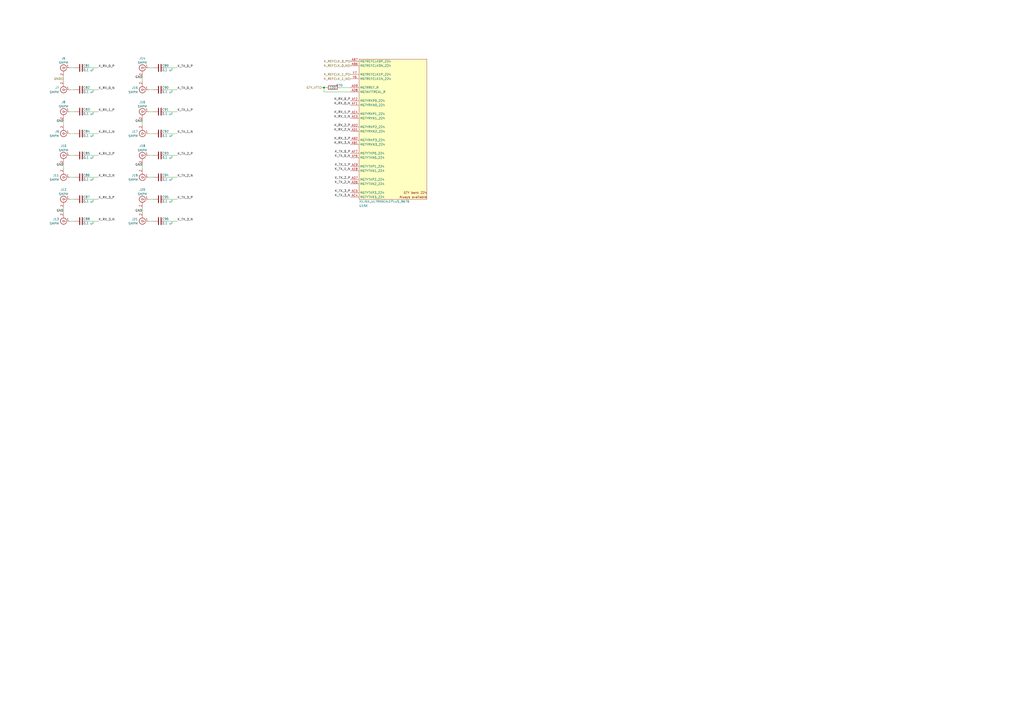
<source format=kicad_sch>
(kicad_sch (version 20211123) (generator eeschema)
  (paper "A2")
  (junction (at 187.96 50.8))
  (wire (pts (xy 186.69 50.8) (xy 187.96 50.8)))
  (wire (pts (xy 50.8 128.27) (xy 57.15 128.27)))
  (wire (pts (xy 82.55 120.65) (xy 82.55 123.19)))
  (wire (pts (xy 36.83 120.65) (xy 36.83 123.19)))
  (wire (pts (xy 40.64 90.17) (xy 43.18 90.17)))
  (wire (pts (xy 96.52 64.77) (xy 102.87 64.77)))
  (wire (pts (xy 82.55 95.25) (xy 82.55 97.79)))
  (wire (pts (xy 96.52 90.17) (xy 102.87 90.17)))
  (wire (pts (xy 96.52 77.47) (xy 102.87 77.47)))
  (wire (pts (xy 86.36 39.37) (xy 88.9 39.37)))
  (wire (pts (xy 40.64 64.77) (xy 43.18 64.77)))
  (wire (pts (xy 50.8 115.57) (xy 57.15 115.57)))
  (wire (pts (xy 96.52 52.07) (xy 102.87 52.07)))
  (wire (pts (xy 86.36 90.17) (xy 88.9 90.17)))
  (wire (pts (xy 203.2 53.34) (xy 187.96 53.34)))
  (wire (pts (xy 86.36 102.87) (xy 88.9 102.87)))
  (wire (pts (xy 82.55 44.45) (xy 82.55 46.99)))
  (wire (pts (xy 50.8 90.17) (xy 57.15 90.17)))
  (wire (pts (xy 96.52 102.87) (xy 102.87 102.87)))
  (wire (pts (xy 96.52 115.57) (xy 102.87 115.57)))
  (wire (pts (xy 36.83 44.45) (xy 36.83 46.99)))
  (wire (pts (xy 86.36 52.07) (xy 88.9 52.07)))
  (wire (pts (xy 196.85 50.8) (xy 203.2 50.8)))
  (wire (pts (xy 86.36 64.77) (xy 88.9 64.77)))
  (wire (pts (xy 40.64 52.07) (xy 43.18 52.07)))
  (wire (pts (xy 82.55 69.85) (xy 82.55 72.39)))
  (wire (pts (xy 86.36 128.27) (xy 88.9 128.27)))
  (wire (pts (xy 50.8 39.37) (xy 57.15 39.37)))
  (wire (pts (xy 40.64 39.37) (xy 43.18 39.37)))
  (wire (pts (xy 50.8 64.77) (xy 57.15 64.77)))
  (wire (pts (xy 187.96 50.8) (xy 189.23 50.8)))
  (wire (pts (xy 187.96 53.34) (xy 187.96 50.8)))
  (wire (pts (xy 40.64 102.87) (xy 43.18 102.87)))
  (wire (pts (xy 50.8 77.47) (xy 57.15 77.47)))
  (wire (pts (xy 50.8 102.87) (xy 57.15 102.87)))
  (wire (pts (xy 40.64 77.47) (xy 43.18 77.47)))
  (wire (pts (xy 96.52 128.27) (xy 102.87 128.27)))
  (wire (pts (xy 86.36 115.57) (xy 88.9 115.57)))
  (wire (pts (xy 36.83 69.85) (xy 36.83 72.39)))
  (wire (pts (xy 50.8 52.07) (xy 57.15 52.07)))
  (wire (pts (xy 36.83 95.25) (xy 36.83 97.79)))
  (wire (pts (xy 86.36 77.47) (xy 88.9 77.47)))
  (wire (pts (xy 40.64 128.27) (xy 43.18 128.27)))
  (wire (pts (xy 40.64 115.57) (xy 43.18 115.57)))
  (wire (pts (xy 96.52 39.37) (xy 102.87 39.37)))
  (label "K_TX_3_P" (at 203.2 111.76 180))
  (label "GND" (at 82.55 71.12 180))
  (label "GND" (at 36.83 123.19 180))
  (label "K_RX_1_P" (at 203.2 66.04 180))
  (label "GND" (at 82.55 123.19 180))
  (label "K_TX_0_P" (at 102.87 39.37 0))
  (label "K_TX_2_P" (at 102.87 90.17 0))
  (label "K_RX_2_P" (at 57.15 90.17 0))
  (label "K_TX_0_P" (at 203.2 88.9 180))
  (label "K_RX_0_N" (at 203.2 60.96 180))
  (label "K_TX_0_N" (at 102.87 52.07 0))
  (label "K_TX_3_N" (at 203.2 114.3 180))
  (label "K_RX_3_N" (at 203.2 83.82 180))
  (label "K_TX_3_N" (at 102.87 128.27 0))
  (label "K_RX_1_P" (at 57.15 64.77 0))
  (label "GND" (at 36.83 71.12 180))
  (label "K_TX_1_N" (at 203.2 99.06 180))
  (label "K_RX_1_N" (at 203.2 68.58 180))
  (label "K_TX_2_N" (at 203.2 106.68 180))
  (label "K_RX_2_P" (at 203.2 73.66 180))
  (label "K_RX_3_N" (at 57.15 128.27 0))
  (label "K_RX_0_P" (at 57.15 39.37 0))
  (label "K_RX_2_N" (at 57.15 102.87 0))
  (label "K_RX_0_N" (at 57.15 52.07 0))
  (label "K_TX_1_N" (at 102.87 77.47 0))
  (label "K_RX_0_P" (at 203.2 58.42 180))
  (label "GND" (at 36.83 96.52 180))
  (label "K_RX_3_P" (at 57.15 115.57 0))
  (label "GND" (at 82.55 96.52 180))
  (label "K_TX_2_P" (at 203.2 104.14 180))
  (label "GND" (at 82.55 45.72 180))
  (label "K_RX_2_N" (at 203.2 76.2 180))
  (label "K_TX_0_N" (at 203.2 91.44 180))
  (label "K_TX_1_P" (at 102.87 64.77 0))
  (label "K_TX_1_P" (at 203.2 96.52 180))
  (label "K_RX_3_P" (at 203.2 81.28 180))
  (label "K_TX_2_N" (at 102.87 102.87 0))
  (label "K_RX_1_N" (at 57.15 77.47 0))
  (label "K_TX_3_P" (at 102.87 115.57 0))
  (hierarchical_label "K_REFCLK_0_P" (shape input) (at 203.2 35.56 180))
  (hierarchical_label "GND" (shape input) (at 36.83 45.72 180))
  (hierarchical_label "K_REFCLK_0_N" (shape input) (at 203.2 38.1 180))
  (hierarchical_label "K_REFCLK_1_P" (shape input) (at 203.2 43.18 180))
  (hierarchical_label "K_REFCLK_1_N" (shape input) (at 203.2 45.72 180))
  (hierarchical_label "GTY_VTT" (shape input) (at 186.69 50.8 180))
  (symbol (lib_id "conn:CONN_COAXIAL") (at 36.83 64.77 0) (mirror y) (unit 1)
    (property "Reference" "J8" (at 36.8299 59.2436 0))
    (property "Value" "SMPM" (at 36.8299 61.7805 0))
  )
  (symbol (lib_id "device:C") (at 46.99 52.07 90) (unit 1)
    (property "Reference" "C82" (at 48.26 50.8 90) (effects (justify right)))
    (property "Value" "0.1 uF" (at 48.26 53.34 90) (effects (justify right)))
  )
  (symbol (lib_id "device:C") (at 46.99 102.87 90) (unit 1)
    (property "Reference" "C86" (at 48.26 101.6 90) (effects (justify right)))
    (property "Value" "0.1 uF" (at 48.26 104.14 90) (effects (justify right)))
  )
  (symbol (lib_id "conn:CONN_COAXIAL") (at 82.55 115.57 0) (mirror y) (unit 1)
    (property "Reference" "J20" (at 82.5499 110.0436 0))
    (property "Value" "SMPM" (at 82.5499 112.5805 0))
  )
  (symbol (lib_id "conn:CONN_COAXIAL") (at 82.55 90.17 0) (mirror y) (unit 1)
    (property "Reference" "J18" (at 82.5499 84.6436 0))
    (property "Value" "SMPM" (at 82.5499 87.1805 0))
  )
  (symbol (lib_id "conn:CONN_COAXIAL") (at 82.55 128.27 180) (unit 1)
    (property "Reference" "J21" (at 80.0099 127.1421 0) (effects (justify left)))
    (property "Value" "SMPM" (at 80.0099 129.679 0) (effects (justify left)))
  )
  (symbol (lib_id "conn:CONN_COAXIAL") (at 82.55 102.87 180) (unit 1)
    (property "Reference" "J19" (at 80.0099 101.7421 0) (effects (justify left)))
    (property "Value" "SMPM" (at 80.0099 104.279 0) (effects (justify left)))
  )
  (symbol (lib_id "conn:CONN_COAXIAL") (at 36.83 90.17 0) (mirror y) (unit 1)
    (property "Reference" "J10" (at 36.8299 84.6436 0))
    (property "Value" "SMPM" (at 36.8299 87.1805 0))
  )
  (symbol (lib_id "conn:CONN_COAXIAL") (at 36.83 39.37 0) (mirror y) (unit 1)
    (property "Reference" "J6" (at 36.8299 33.8436 0))
    (property "Value" "SMPM" (at 36.8299 36.3805 0))
  )
  (symbol (lib_id "conn:CONN_COAXIAL") (at 82.55 64.77 0) (mirror y) (unit 1)
    (property "Reference" "J16" (at 82.5499 59.2436 0))
    (property "Value" "SMPM" (at 82.5499 61.7805 0))
  )
  (symbol (lib_id "device:C") (at 92.71 102.87 90) (unit 1)
    (property "Reference" "C94" (at 93.98 101.6 90) (effects (justify right)))
    (property "Value" "0.1 uF" (at 93.98 104.14 90) (effects (justify right)))
  )
  (symbol (lib_id "conn:CONN_COAXIAL") (at 36.83 102.87 180) (unit 1)
    (property "Reference" "J11" (at 34.2899 101.7421 0) (effects (justify left)))
    (property "Value" "SMPM" (at 34.2899 104.279 0) (effects (justify left)))
  )
  (symbol (lib_id "conn:CONN_COAXIAL") (at 36.83 52.07 180) (unit 1)
    (property "Reference" "J7" (at 34.2899 50.9421 0) (effects (justify left)))
    (property "Value" "SMPM" (at 34.2899 53.479 0) (effects (justify left)))
  )
  (symbol (lib_id "device:C") (at 92.71 90.17 90) (unit 1)
    (property "Reference" "C93" (at 93.98 88.9 90) (effects (justify right)))
    (property "Value" "0.1 uF" (at 93.98 91.44 90) (effects (justify right)))
  )
  (symbol (lib_id "conn:CONN_COAXIAL") (at 82.55 52.07 180) (unit 1)
    (property "Reference" "J15" (at 80.0099 50.9421 0) (effects (justify left)))
    (property "Value" "SMPM" (at 80.0099 53.479 0) (effects (justify left)))
  )
  (symbol (lib_id "conn:CONN_COAXIAL") (at 36.83 115.57 0) (mirror y) (unit 1)
    (property "Reference" "J12" (at 36.8299 110.0436 0))
    (property "Value" "SMPM" (at 36.8299 112.5805 0))
  )
  (symbol (lib_id "device:C") (at 92.71 39.37 90) (unit 1)
    (property "Reference" "C89" (at 93.98 38.1 90) (effects (justify right)))
    (property "Value" "0.1 uF" (at 93.98 40.64 90) (effects (justify right)))
  )
  (symbol (lib_id "device:C") (at 46.99 77.47 90) (unit 1)
    (property "Reference" "C84" (at 48.26 76.2 90) (effects (justify right)))
    (property "Value" "0.1 uF" (at 48.26 78.74 90) (effects (justify right)))
  )
  (symbol (lib_id "conn:CONN_COAXIAL") (at 36.83 77.47 180) (unit 1)
    (property "Reference" "J9" (at 34.2899 76.3421 0) (effects (justify left)))
    (property "Value" "SMPM" (at 34.2899 78.879 0) (effects (justify left)))
  )
  (symbol (lib_id "device:R") (at 193.04 50.8 90) (unit 1)
    (property "Reference" "R70" (at 196.85 49.53 90))
    (property "Value" "100" (at 193.04 50.8 90))
  )
  (symbol (lib_id "device:C") (at 92.71 128.27 90) (unit 1)
    (property "Reference" "C96" (at 93.98 127 90) (effects (justify right)))
    (property "Value" "0.1 uF" (at 93.98 129.54 90) (effects (justify right)))
  )
  (symbol (lib_id "device:C") (at 92.71 77.47 90) (unit 1)
    (property "Reference" "C92" (at 93.98 76.2 90) (effects (justify right)))
    (property "Value" "0.1 uF" (at 93.98 78.74 90) (effects (justify right)))
  )
  (symbol (lib_id "conn:CONN_COAXIAL") (at 82.55 77.47 180) (unit 1)
    (property "Reference" "J17" (at 80.0099 76.3421 0) (effects (justify left)))
    (property "Value" "SMPM" (at 80.0099 78.879 0) (effects (justify left)))
  )
  (symbol (lib_id "conn:CONN_COAXIAL") (at 36.83 128.27 180) (unit 1)
    (property "Reference" "J13" (at 34.2899 127.1421 0) (effects (justify left)))
    (property "Value" "SMPM" (at 34.2899 129.679 0) (effects (justify left)))
  )
  (symbol (lib_id "device:C") (at 92.71 64.77 90) (unit 1)
    (property "Reference" "C91" (at 93.98 63.5 90) (effects (justify right)))
    (property "Value" "0.1 uF" (at 93.98 66.04 90) (effects (justify right)))
  )
  (symbol (lib_id "xilinx-azonenberg:XILINX_ULTRASCALEPLUS_B676") (at 208.28 115.57 0) (unit 11)
    (property "Reference" "U15" (at 208.28 119.38 0) (effects (justify left)))
    (property "Value" "XILINX_ULTRASCALEPLUS_B676" (at 208.28 116.84 0) (effects (justify left)))
  )
  (symbol (lib_id "device:C") (at 46.99 128.27 90) (unit 1)
    (property "Reference" "C88" (at 48.26 127 90) (effects (justify right)))
    (property "Value" "0.1 uF" (at 48.26 129.54 90) (effects (justify right)))
  )
  (symbol (lib_id "conn:CONN_COAXIAL") (at 82.55 39.37 0) (mirror y) (unit 1)
    (property "Reference" "J14" (at 82.5499 33.8436 0))
    (property "Value" "SMPM" (at 82.5499 36.3805 0))
  )
  (symbol (lib_id "device:C") (at 46.99 39.37 90) (unit 1)
    (property "Reference" "C81" (at 48.26 38.1 90) (effects (justify right)))
    (property "Value" "0.1 uF" (at 48.26 40.64 90) (effects (justify right)))
  )
  (symbol (lib_id "device:C") (at 92.71 115.57 90) (unit 1)
    (property "Reference" "C95" (at 93.98 114.3 90) (effects (justify right)))
    (property "Value" "0.1 uF" (at 93.98 116.84 90) (effects (justify right)))
  )
  (symbol (lib_id "device:C") (at 46.99 64.77 90) (unit 1)
    (property "Reference" "C83" (at 48.26 63.5 90) (effects (justify right)))
    (property "Value" "0.1 uF" (at 48.26 66.04 90) (effects (justify right)))
  )
  (symbol (lib_id "device:C") (at 46.99 115.57 90) (unit 1)
    (property "Reference" "C87" (at 48.26 114.3 90) (effects (justify right)))
    (property "Value" "0.1 uF" (at 48.26 116.84 90) (effects (justify right)))
  )
  (symbol (lib_id "device:C") (at 92.71 52.07 90) (unit 1)
    (property "Reference" "C90" (at 93.98 50.8 90) (effects (justify right)))
    (property "Value" "0.1 uF" (at 93.98 53.34 90) (effects (justify right)))
  )
  (symbol (lib_id "device:C") (at 46.99 90.17 90) (unit 1)
    (property "Reference" "C85" (at 48.26 88.9 90) (effects (justify right)))
    (property "Value" "0.1 uF" (at 48.26 91.44 90) (effects (justify right)))
  )
)
</source>
